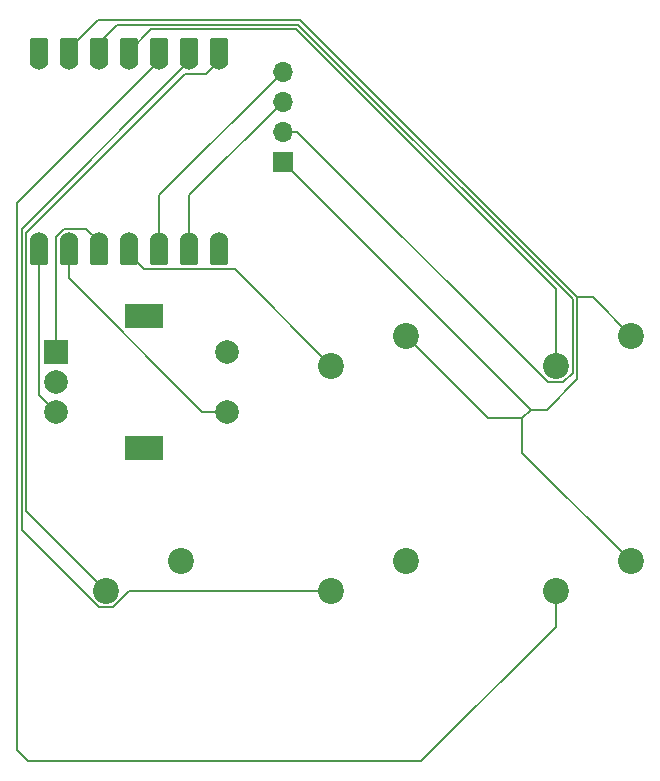
<source format=gtl>
G04 #@! TF.GenerationSoftware,KiCad,Pcbnew,9.0.2*
G04 #@! TF.CreationDate,2025-08-01T12:28:15-04:00*
G04 #@! TF.ProjectId,hackpad,6861636b-7061-4642-9e6b-696361645f70,rev?*
G04 #@! TF.SameCoordinates,Original*
G04 #@! TF.FileFunction,Copper,L1,Top*
G04 #@! TF.FilePolarity,Positive*
%FSLAX46Y46*%
G04 Gerber Fmt 4.6, Leading zero omitted, Abs format (unit mm)*
G04 Created by KiCad (PCBNEW 9.0.2) date 2025-08-01 12:28:15*
%MOMM*%
%LPD*%
G01*
G04 APERTURE LIST*
G04 Aperture macros list*
%AMRoundRect*
0 Rectangle with rounded corners*
0 $1 Rounding radius*
0 $2 $3 $4 $5 $6 $7 $8 $9 X,Y pos of 4 corners*
0 Add a 4 corners polygon primitive as box body*
4,1,4,$2,$3,$4,$5,$6,$7,$8,$9,$2,$3,0*
0 Add four circle primitives for the rounded corners*
1,1,$1+$1,$2,$3*
1,1,$1+$1,$4,$5*
1,1,$1+$1,$6,$7*
1,1,$1+$1,$8,$9*
0 Add four rect primitives between the rounded corners*
20,1,$1+$1,$2,$3,$4,$5,0*
20,1,$1+$1,$4,$5,$6,$7,0*
20,1,$1+$1,$6,$7,$8,$9,0*
20,1,$1+$1,$8,$9,$2,$3,0*%
G04 Aperture macros list end*
G04 #@! TA.AperFunction,ComponentPad*
%ADD10C,2.200000*%
G04 #@! TD*
G04 #@! TA.AperFunction,ComponentPad*
%ADD11R,1.700000X1.700000*%
G04 #@! TD*
G04 #@! TA.AperFunction,ComponentPad*
%ADD12O,1.700000X1.700000*%
G04 #@! TD*
G04 #@! TA.AperFunction,SMDPad,CuDef*
%ADD13RoundRect,0.152400X-0.609600X1.063600X-0.609600X-1.063600X0.609600X-1.063600X0.609600X1.063600X0*%
G04 #@! TD*
G04 #@! TA.AperFunction,ComponentPad*
%ADD14C,1.524000*%
G04 #@! TD*
G04 #@! TA.AperFunction,SMDPad,CuDef*
%ADD15RoundRect,0.152400X0.609600X-1.063600X0.609600X1.063600X-0.609600X1.063600X-0.609600X-1.063600X0*%
G04 #@! TD*
G04 #@! TA.AperFunction,ComponentPad*
%ADD16R,2.000000X2.000000*%
G04 #@! TD*
G04 #@! TA.AperFunction,ComponentPad*
%ADD17C,2.000000*%
G04 #@! TD*
G04 #@! TA.AperFunction,ComponentPad*
%ADD18R,3.200000X2.000000*%
G04 #@! TD*
G04 #@! TA.AperFunction,Conductor*
%ADD19C,0.200000*%
G04 #@! TD*
G04 APERTURE END LIST*
D10*
X72060000Y-58420000D03*
X65710000Y-60960000D03*
D11*
X61600000Y-43700000D03*
D12*
X61600000Y-41160000D03*
X61600000Y-38620000D03*
X61600000Y-36080000D03*
D13*
X40970000Y-51275000D03*
D14*
X40970000Y-50440000D03*
D13*
X43510000Y-51275000D03*
D14*
X43510000Y-50440000D03*
D13*
X46050000Y-51275000D03*
D14*
X46050000Y-50440000D03*
D13*
X48590000Y-51275000D03*
D14*
X48590000Y-50440000D03*
D13*
X51130000Y-51275000D03*
D14*
X51130000Y-50440000D03*
D13*
X53670000Y-51275000D03*
D14*
X53670000Y-50440000D03*
D13*
X56210000Y-51275000D03*
D14*
X56210000Y-50440000D03*
X56210000Y-35200000D03*
D15*
X56210000Y-34365000D03*
D14*
X53670000Y-35200000D03*
D15*
X53670000Y-34365000D03*
D14*
X51130000Y-35200000D03*
D15*
X51130000Y-34365000D03*
D14*
X48590000Y-35200000D03*
D15*
X48590000Y-34365000D03*
D14*
X46050000Y-35200000D03*
D15*
X46050000Y-34365000D03*
D14*
X43510000Y-35200000D03*
D15*
X43510000Y-34365000D03*
D14*
X40970000Y-35200000D03*
D15*
X40970000Y-34365000D03*
D10*
X91110000Y-58420000D03*
X84760000Y-60960000D03*
X72050000Y-77490000D03*
X65700000Y-80030000D03*
X91080000Y-77500000D03*
X84730000Y-80040000D03*
X53000000Y-77490000D03*
X46650000Y-80030000D03*
D16*
X42390000Y-59840000D03*
D17*
X42390000Y-64840000D03*
X42390000Y-62340000D03*
D18*
X49890000Y-56740000D03*
X49890000Y-67940000D03*
D17*
X56890000Y-64840000D03*
X56890000Y-59840000D03*
D19*
X91110000Y-58420000D02*
X87857800Y-55167800D01*
X43510000Y-34122370D02*
X45954370Y-31678000D01*
X86562000Y-55167800D02*
X86562000Y-62126470D01*
X86562000Y-62126470D02*
X83987470Y-64701000D01*
X63072200Y-31678000D02*
X86562000Y-55167800D01*
X81910000Y-65392000D02*
X82601000Y-64701000D01*
X83987470Y-64701000D02*
X82601000Y-64701000D01*
X79032000Y-65392000D02*
X81910000Y-65392000D01*
X72060000Y-58420000D02*
X79032000Y-65392000D01*
X45954370Y-31678000D02*
X63072200Y-31678000D01*
X43510000Y-35200000D02*
X43510000Y-34122370D01*
X82601000Y-64701000D02*
X61600000Y-43700000D01*
X87857800Y-55167800D02*
X86562000Y-55167800D01*
X91080000Y-77500000D02*
X81910000Y-68330000D01*
X81910000Y-68330000D02*
X81910000Y-65392000D01*
X39907000Y-73287000D02*
X39907000Y-49733000D01*
X55147000Y-36263000D02*
X56210000Y-35200000D01*
X53377000Y-36263000D02*
X55147000Y-36263000D01*
X46650000Y-80030000D02*
X39907000Y-73287000D01*
X39907000Y-49733000D02*
X53377000Y-36263000D01*
X39506000Y-74867314D02*
X39506000Y-49364000D01*
X65700000Y-80030000D02*
X48631314Y-80030000D01*
X46069686Y-81431000D02*
X39506000Y-74867314D01*
X47230314Y-81431000D02*
X46069686Y-81431000D01*
X48631314Y-80030000D02*
X47230314Y-81431000D01*
X39506000Y-49364000D02*
X53670000Y-35200000D01*
X39105000Y-47225000D02*
X39105000Y-93474000D01*
X51130000Y-35200000D02*
X39105000Y-47225000D01*
X73346184Y-94449000D02*
X84730000Y-83065184D01*
X40080000Y-94449000D02*
X73346184Y-94449000D01*
X39105000Y-93474000D02*
X40080000Y-94449000D01*
X84730000Y-83065184D02*
X84730000Y-80040000D01*
X62740000Y-32480000D02*
X61280000Y-32480000D01*
X48590000Y-34365000D02*
X48590000Y-35200000D01*
X50475000Y-32480000D02*
X48590000Y-34365000D01*
X61280000Y-32480000D02*
X50475000Y-32480000D01*
X84760000Y-60960000D02*
X84760000Y-54500000D01*
X84760000Y-54500000D02*
X62740000Y-32480000D01*
X53670000Y-46550000D02*
X61600000Y-38620000D01*
X53670000Y-50440000D02*
X53670000Y-46550000D01*
X46050000Y-35200000D02*
X46050000Y-33610000D01*
X62848470Y-41160000D02*
X61600000Y-41160000D01*
X85340314Y-62361000D02*
X84049470Y-62361000D01*
X84049470Y-62361000D02*
X62848470Y-41160000D01*
X46050000Y-33610000D02*
X47581000Y-32079000D01*
X86161000Y-55333900D02*
X86161000Y-61540314D01*
X62906100Y-32079000D02*
X86161000Y-55333900D01*
X86161000Y-61540314D02*
X85340314Y-62361000D01*
X47581000Y-32079000D02*
X62906100Y-32079000D01*
X51130000Y-46550000D02*
X61600000Y-36080000D01*
X51130000Y-50440000D02*
X51130000Y-46550000D01*
X65710000Y-60960000D02*
X57542000Y-52792000D01*
X57542000Y-52792000D02*
X49864370Y-52792000D01*
X48590000Y-51517630D02*
X48590000Y-50440000D01*
X49864370Y-52792000D02*
X48590000Y-51517630D01*
X44987000Y-49377000D02*
X46050000Y-50440000D01*
X43069690Y-49377000D02*
X44987000Y-49377000D01*
X42390000Y-50056690D02*
X43069690Y-49377000D01*
X42390000Y-59840000D02*
X42390000Y-50056690D01*
X43510000Y-53562000D02*
X54788000Y-64840000D01*
X54788000Y-64840000D02*
X56890000Y-64840000D01*
X43510000Y-50440000D02*
X43510000Y-53562000D01*
X40970000Y-50440000D02*
X40970000Y-63420000D01*
X40970000Y-63420000D02*
X42390000Y-64840000D01*
M02*

</source>
